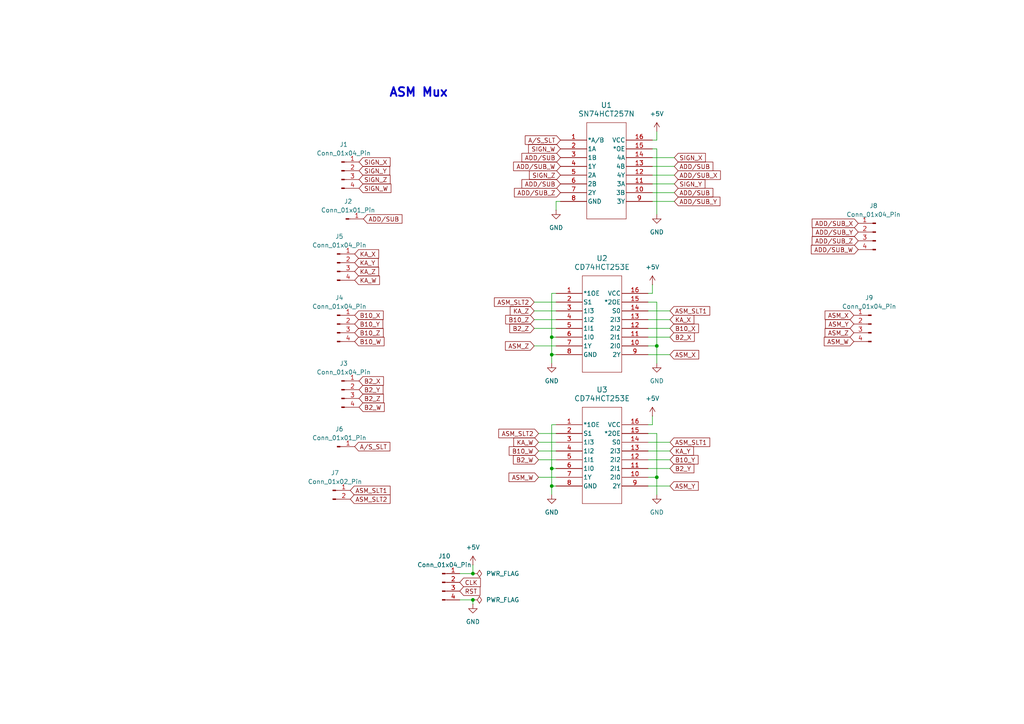
<source format=kicad_sch>
(kicad_sch (version 20231120) (generator "eeschema") (generator_version "8.0")
  (paper "A4")
  (lib_symbols
    (symbol "0_asm-mux:CD74HCT253E" (pin_names (offset 0.254))
      (property "Reference" "U" (at 30.48 10.16 0))
      (property "Value" "CD74HCT253E" (at 30.48 7.62 0))
      (symbol "CD74HCT253E_1_1"
        (polyline (pts (xy 24.13 -22.86) (xy 35.56 -22.86)) (stroke (width 0.127)))
        (polyline (pts (xy 24.13 5.08) (xy 24.13 -22.86)) (stroke (width 0.127)))
        (polyline (pts (xy 35.56 -22.86) (xy 35.56 5.08)) (stroke (width 0.127)))
        (polyline (pts (xy 35.56 5.08) (xy 24.13 5.08)) (stroke (width 0.127)))
        (pin input line (at 16.51 0 0) (length 7.62) (name "*1OE") (number "1"))
        (pin input line (at 43.18 -15.24 180) (length 7.62) (name "2I0") (number "10"))
        (pin input line (at 43.18 -12.7 180) (length 7.62) (name "2I1") (number "11"))
        (pin input line (at 43.18 -10.16 180) (length 7.62) (name "2I2") (number "12"))
        (pin input line (at 43.18 -7.62 180) (length 7.62) (name "2I3") (number "13"))
        (pin input line (at 43.18 -5.08 180) (length 7.62) (name "S0") (number "14"))
        (pin input line (at 43.18 -2.54 180) (length 7.62) (name "*2OE") (number "15"))
        (pin power_in line (at 43.18 0 180) (length 7.62) (name "VCC") (number "16"))
        (pin input line (at 16.51 -2.54 0) (length 7.62) (name "S1") (number "2"))
        (pin input line (at 16.51 -5.08 0) (length 7.62) (name "1I3") (number "3"))
        (pin input line (at 16.51 -7.62 0) (length 7.62) (name "1I2") (number "4"))
        (pin input line (at 16.51 -10.16 0) (length 7.62) (name "1I1") (number "5"))
        (pin input line (at 16.51 -12.7 0) (length 7.62) (name "1I0") (number "6"))
        (pin output line (at 16.51 -15.24 0) (length 7.62) (name "1Y") (number "7"))
        (pin power_in line (at 16.51 -17.78 0) (length 7.62) (name "GND") (number "8"))
        (pin output line (at 43.18 -17.78 180) (length 7.62) (name "2Y") (number "9"))
      )
    )
    (symbol "0_asm-mux:SN74HCT257N" (pin_names (offset 0.254))
      (property "Reference" "U" (at 27.94 10.16 0))
      (property "Value" "SN74HCT257N" (at 27.94 7.62 0))
      (symbol "SN74HCT257N_0_1"
        (polyline (pts (xy 21.59 -22.86) (xy 33.02 -22.86)) (stroke (width 0.127)))
        (polyline (pts (xy 21.59 5.08) (xy 21.59 -22.86)) (stroke (width 0.127)))
        (polyline (pts (xy 33.02 -22.86) (xy 33.02 5.08)) (stroke (width 0.127)))
        (polyline (pts (xy 33.02 5.08) (xy 21.59 5.08)) (stroke (width 0.127)))
        (pin input line (at 13.97 0 0) (length 7.62) (name "*A/B") (number "1"))
        (pin input line (at 40.64 -15.24 180) (length 7.62) (name "3B") (number "10"))
        (pin input line (at 40.64 -12.7 180) (length 7.62) (name "3A") (number "11"))
        (pin output line (at 40.64 -10.16 180) (length 7.62) (name "4Y") (number "12"))
        (pin input line (at 40.64 -7.62 180) (length 7.62) (name "4B") (number "13"))
        (pin input line (at 40.64 -5.08 180) (length 7.62) (name "4A") (number "14"))
        (pin input line (at 40.64 -2.54 180) (length 7.62) (name "*OE") (number "15"))
        (pin power_in line (at 40.64 0 180) (length 7.62) (name "VCC") (number "16"))
        (pin input line (at 13.97 -2.54 0) (length 7.62) (name "1A") (number "2"))
        (pin input line (at 13.97 -5.08 0) (length 7.62) (name "1B") (number "3"))
        (pin output line (at 13.97 -7.62 0) (length 7.62) (name "1Y") (number "4"))
        (pin input line (at 13.97 -10.16 0) (length 7.62) (name "2A") (number "5"))
        (pin input line (at 13.97 -12.7 0) (length 7.62) (name "2B") (number "6"))
        (pin output line (at 13.97 -15.24 0) (length 7.62) (name "2Y") (number "7"))
        (pin power_in line (at 13.97 -17.78 0) (length 7.62) (name "GND") (number "8"))
        (pin output line (at 40.64 -17.78 180) (length 7.62) (name "3Y") (number "9"))
      )
    )
    (symbol "Connector:Conn_01x01_Pin" (pin_names (offset 1.016) hide)
      (property "Reference" "J" (at 0 2.54 0))
      (property "Value" "Conn_01x01_Pin" (at 0 -2.54 0))
      (symbol "Conn_01x01_Pin_1_1"
        (polyline (pts (xy 1.27 0) (xy 0.8636 0)) (stroke (width 0.1524)))
        (rectangle (start 0.8636 0.127) (end 0 -0.127) (stroke (width 0.1524)) (fill (type outline)))
        (pin passive line (at 5.08 0 180) (length 3.81) (name "Pin_1") (number "1"))
      )
    )
    (symbol "Connector:Conn_01x02_Pin" (pin_names (offset 1.016) hide)
      (property "Reference" "J" (at 0 2.54 0))
      (property "Value" "Conn_01x02_Pin" (at 0 -5.08 0))
      (symbol "Conn_01x02_Pin_1_1"
        (polyline (pts (xy 1.27 -2.54) (xy 0.8636 -2.54)) (stroke (width 0.1524)))
        (polyline (pts (xy 1.27 0) (xy 0.8636 0)) (stroke (width 0.1524)))
        (rectangle (start 0.8636 -2.413) (end 0 -2.667) (stroke (width 0.1524)) (fill (type outline)))
        (rectangle (start 0.8636 0.127) (end 0 -0.127) (stroke (width 0.1524)) (fill (type outline)))
        (pin passive line (at 5.08 0 180) (length 3.81) (name "Pin_1") (number "1"))
        (pin passive line (at 5.08 -2.54 180) (length 3.81) (name "Pin_2") (number "2"))
      )
    )
    (symbol "Connector:Conn_01x04_Pin" (pin_names (offset 1.016) hide)
      (property "Reference" "J" (at 0 5.08 0))
      (property "Value" "Conn_01x04_Pin" (at 0 -7.62 0))
      (symbol "Conn_01x04_Pin_1_1"
        (polyline (pts (xy 1.27 -5.08) (xy 0.8636 -5.08)) (stroke (width 0.1524)))
        (polyline (pts (xy 1.27 -2.54) (xy 0.8636 -2.54)) (stroke (width 0.1524)))
        (polyline (pts (xy 1.27 0) (xy 0.8636 0)) (stroke (width 0.1524)))
        (polyline (pts (xy 1.27 2.54) (xy 0.8636 2.54)) (stroke (width 0.1524)))
        (rectangle (start 0.8636 -4.953) (end 0 -5.207) (stroke (width 0.1524)) (fill (type outline)))
        (rectangle (start 0.8636 -2.413) (end 0 -2.667) (stroke (width 0.1524)) (fill (type outline)))
        (rectangle (start 0.8636 0.127) (end 0 -0.127) (stroke (width 0.1524)) (fill (type outline)))
        (rectangle (start 0.8636 2.667) (end 0 2.413) (stroke (width 0.1524)) (fill (type outline)))
        (pin passive line (at 5.08 2.54 180) (length 3.81) (name "Pin_1") (number "1"))
        (pin passive line (at 5.08 0 180) (length 3.81) (name "Pin_2") (number "2"))
        (pin passive line (at 5.08 -2.54 180) (length 3.81) (name "Pin_3") (number "3"))
        (pin passive line (at 5.08 -5.08 180) (length 3.81) (name "Pin_4") (number "4"))
      )
    )
    (symbol "power:+5V" (power) (pin_numbers hide) (pin_names (offset 0) hide)
      (property "Value" "+5V" (at 0 3.556 0))
      (symbol "+5V_0_1"
        (polyline (pts (xy -0.762 1.27) (xy 0 2.54)))
        (polyline (pts (xy 0 0) (xy 0 2.54)))
        (polyline (pts (xy 0 2.54) (xy 0.762 1.27)))
      )
      (symbol "+5V_1_1"
        (pin power_in line (at 0 0 90) (length 0) (name "~") (number "1"))
      )
    )
    (symbol "power:GND" (power) (pin_numbers hide) (pin_names (offset 0) hide)
      (property "Value" "GND" (at 0 -3.81 0))
      (symbol "GND_0_1"
        (polyline (pts (xy 0 0) (xy 0 -1.27) (xy 1.27 -1.27) (xy 0 -2.54) (xy -1.27 -1.27) (xy 0 -1.27)))
      )
      (symbol "GND_1_1"
        (pin power_in line (at 0 0 270) (length 0) (name "~") (number "1"))
      )
    )
    (symbol "power:PWR_FLAG" (power) (pin_numbers hide) (pin_names (offset 0) hide)
      (property "Value" "PWR_FLAG" (at 0 3.81 0))
      (symbol "PWR_FLAG_0_0"
        (pin power_out line (at 0 0 90) (length 0) (name "~") (number "1"))
      )
      (symbol "PWR_FLAG_0_1"
        (polyline (pts (xy 0 0) (xy 0 1.27) (xy -1.016 1.905) (xy 0 2.54) (xy 1.016 1.905) (xy 0 1.27)))
      )
    )
  )
  (junction (at 137.16 166.37))
  (junction (at 160.02 140.97))
  (junction (at 160.02 102.87))
  (junction (at 190.5 138.43))
  (junction (at 160.02 135.89))
  (junction (at 190.5 100.33))
  (junction (at 160.02 97.79))
  (junction (at 137.16 173.99))
  (wire (pts (xy 160.02 123.19) (xy 160.02 135.89)))
  (wire (pts (xy 154.94 95.25) (xy 161.29 95.25)))
  (wire (pts (xy 187.96 123.19) (xy 189.23 123.19)))
  (wire (pts (xy 156.21 130.81) (xy 161.29 130.81)))
  (wire (pts (xy 161.29 85.09) (xy 160.02 85.09)))
  (wire (pts (xy 190.5 138.43) (xy 190.5 143.51)))
  (wire (pts (xy 190.5 87.63) (xy 190.5 100.33)))
  (wire (pts (xy 194.31 102.87) (xy 187.96 102.87)))
  (wire (pts (xy 160.02 140.97) (xy 160.02 143.51)))
  (wire (pts (xy 195.58 45.72) (xy 189.23 45.72)))
  (wire (pts (xy 160.02 102.87) (xy 161.29 102.87)))
  (wire (pts (xy 161.29 58.42) (xy 161.29 60.96)))
  (wire (pts (xy 194.31 92.71) (xy 187.96 92.71)))
  (wire (pts (xy 154.94 90.17) (xy 161.29 90.17)))
  (wire (pts (xy 154.94 87.63) (xy 161.29 87.63)))
  (wire (pts (xy 194.31 130.81) (xy 187.96 130.81)))
  (wire (pts (xy 156.21 138.43) (xy 161.29 138.43)))
  (wire (pts (xy 161.29 123.19) (xy 160.02 123.19)))
  (wire (pts (xy 160.02 85.09) (xy 160.02 97.79)))
  (wire (pts (xy 187.96 100.33) (xy 190.5 100.33)))
  (wire (pts (xy 190.5 40.64) (xy 190.5 38.1)))
  (wire (pts (xy 195.58 48.26) (xy 189.23 48.26)))
  (wire (pts (xy 187.96 138.43) (xy 190.5 138.43)))
  (wire (pts (xy 194.31 140.97) (xy 187.96 140.97)))
  (wire (pts (xy 160.02 135.89) (xy 160.02 140.97)))
  (wire (pts (xy 137.16 163.83) (xy 137.16 166.37)))
  (wire (pts (xy 190.5 100.33) (xy 190.5 105.41)))
  (wire (pts (xy 194.31 97.79) (xy 187.96 97.79)))
  (wire (pts (xy 160.02 135.89) (xy 161.29 135.89)))
  (wire (pts (xy 160.02 97.79) (xy 161.29 97.79)))
  (wire (pts (xy 195.58 53.34) (xy 189.23 53.34)))
  (wire (pts (xy 194.31 133.35) (xy 187.96 133.35)))
  (wire (pts (xy 190.5 43.18) (xy 190.5 62.23)))
  (wire (pts (xy 154.94 100.33) (xy 161.29 100.33)))
  (wire (pts (xy 190.5 125.73) (xy 190.5 138.43)))
  (wire (pts (xy 189.23 43.18) (xy 190.5 43.18)))
  (wire (pts (xy 154.94 92.71) (xy 161.29 92.71)))
  (wire (pts (xy 156.21 133.35) (xy 161.29 133.35)))
  (wire (pts (xy 160.02 97.79) (xy 160.02 102.87)))
  (wire (pts (xy 194.31 135.89) (xy 187.96 135.89)))
  (wire (pts (xy 133.35 173.99) (xy 137.16 173.99)))
  (wire (pts (xy 156.21 125.73) (xy 161.29 125.73)))
  (wire (pts (xy 137.16 175.26) (xy 137.16 173.99)))
  (wire (pts (xy 187.96 85.09) (xy 189.23 85.09)))
  (wire (pts (xy 189.23 85.09) (xy 189.23 82.55)))
  (wire (pts (xy 187.96 125.73) (xy 190.5 125.73)))
  (wire (pts (xy 195.58 50.8) (xy 189.23 50.8)))
  (wire (pts (xy 194.31 128.27) (xy 187.96 128.27)))
  (wire (pts (xy 133.35 166.37) (xy 137.16 166.37)))
  (wire (pts (xy 189.23 123.19) (xy 189.23 120.65)))
  (wire (pts (xy 195.58 55.88) (xy 189.23 55.88)))
  (wire (pts (xy 161.29 58.42) (xy 162.56 58.42)))
  (wire (pts (xy 194.31 95.25) (xy 187.96 95.25)))
  (wire (pts (xy 187.96 87.63) (xy 190.5 87.63)))
  (wire (pts (xy 195.58 58.42) (xy 189.23 58.42)))
  (wire (pts (xy 194.31 90.17) (xy 187.96 90.17)))
  (wire (pts (xy 160.02 102.87) (xy 160.02 105.41)))
  (wire (pts (xy 160.02 140.97) (xy 161.29 140.97)))
  (wire (pts (xy 189.23 40.64) (xy 190.5 40.64)))
  (wire (pts (xy 156.21 128.27) (xy 161.29 128.27)))
  (text "ASM Mux" (at 121.412 26.924 0) (effects (font (size 2.54 2.54) (thickness 0.508) (bold yes))))
  (global_label "ADD{slash}SUB_Z" (shape input) (at 248.92 69.85 180) (property "Intersheetrefs" "${INTERSHEET_REFS}" (effects (hide yes))))
  (global_label "RST" (shape input) (at 133.35 171.45 0) (property "Intersheetrefs" "${INTERSHEET_REFS}" (effects (hide yes))))
  (global_label "B2_X" (shape input) (at 104.14 110.49 0) (property "Intersheetrefs" "${INTERSHEET_REFS}" (effects (hide yes))))
  (global_label "ASM_Z" (shape input) (at 154.94 100.33 180) (property "Intersheetrefs" "${INTERSHEET_REFS}" (effects (hide yes))))
  (global_label "SIGN_W" (shape input) (at 162.56 43.18 180) (property "Intersheetrefs" "${INTERSHEET_REFS}" (effects (hide yes))))
  (global_label "CLK" (shape input) (at 133.35 168.91 0) (property "Intersheetrefs" "${INTERSHEET_REFS}" (effects (hide yes))))
  (global_label "B10_W" (shape input) (at 102.87 99.06 0) (property "Intersheetrefs" "${INTERSHEET_REFS}" (effects (hide yes))))
  (global_label "KA_Z" (shape input) (at 154.94 90.17 180) (property "Intersheetrefs" "${INTERSHEET_REFS}" (effects (hide yes))))
  (global_label "SIGN_Z" (shape input) (at 162.56 50.8 180) (property "Intersheetrefs" "${INTERSHEET_REFS}" (effects (hide yes))))
  (global_label "ADD{slash}SUB" (shape input) (at 162.56 45.72 180) (property "Intersheetrefs" "${INTERSHEET_REFS}" (effects (hide yes))))
  (global_label "SIGN_Y" (shape input) (at 195.58 53.34 0) (property "Intersheetrefs" "${INTERSHEET_REFS}" (effects (hide yes))))
  (global_label "KA_X" (shape input) (at 194.31 92.71 0) (property "Intersheetrefs" "${INTERSHEET_REFS}" (effects (hide yes))))
  (global_label "B10_X" (shape input) (at 102.87 91.44 0) (property "Intersheetrefs" "${INTERSHEET_REFS}" (effects (hide yes))))
  (global_label "ASM_SLT2" (shape input) (at 156.21 125.73 180) (property "Intersheetrefs" "${INTERSHEET_REFS}" (effects (hide yes))))
  (global_label "KA_Z" (shape input) (at 102.87 78.74 0) (property "Intersheetrefs" "${INTERSHEET_REFS}" (effects (hide yes))))
  (global_label "B10_Z" (shape input) (at 102.87 96.52 0) (property "Intersheetrefs" "${INTERSHEET_REFS}" (effects (hide yes))))
  (global_label "ASM_SLT1" (shape input) (at 194.31 128.27 0) (property "Intersheetrefs" "${INTERSHEET_REFS}" (effects (hide yes))))
  (global_label "KA_X" (shape input) (at 102.87 73.66 0) (property "Intersheetrefs" "${INTERSHEET_REFS}" (effects (hide yes))))
  (global_label "KA_W" (shape input) (at 156.21 128.27 180) (property "Intersheetrefs" "${INTERSHEET_REFS}" (effects (hide yes))))
  (global_label "B10_W" (shape input) (at 156.21 130.81 180) (property "Intersheetrefs" "${INTERSHEET_REFS}" (effects (hide yes))))
  (global_label "A{slash}S_SLT" (shape input) (at 102.87 129.54 0) (property "Intersheetrefs" "${INTERSHEET_REFS}" (effects (hide yes))))
  (global_label "ADD{slash}SUB_W" (shape input) (at 248.92 72.39 180) (property "Intersheetrefs" "${INTERSHEET_REFS}" (effects (hide yes))))
  (global_label "ADD{slash}SUB_X" (shape input) (at 195.58 50.8 0) (property "Intersheetrefs" "${INTERSHEET_REFS}" (effects (hide yes))))
  (global_label "ADD{slash}SUB" (shape input) (at 162.56 53.34 180) (property "Intersheetrefs" "${INTERSHEET_REFS}" (effects (hide yes))))
  (global_label "SIGN_W" (shape input) (at 104.14 54.61 0) (property "Intersheetrefs" "${INTERSHEET_REFS}" (effects (hide yes))))
  (global_label "ADD{slash}SUB" (shape input) (at 195.58 55.88 0) (property "Intersheetrefs" "${INTERSHEET_REFS}" (effects (hide yes))))
  (global_label "B10_X" (shape input) (at 194.31 95.25 0) (property "Intersheetrefs" "${INTERSHEET_REFS}" (effects (hide yes))))
  (global_label "SIGN_Y" (shape input) (at 104.14 49.53 0) (property "Intersheetrefs" "${INTERSHEET_REFS}" (effects (hide yes))))
  (global_label "SIGN_X" (shape input) (at 195.58 45.72 0) (property "Intersheetrefs" "${INTERSHEET_REFS}" (effects (hide yes))))
  (global_label "ASM_X" (shape input) (at 194.31 102.87 0) (property "Intersheetrefs" "${INTERSHEET_REFS}" (effects (hide yes))))
  (global_label "B2_Y" (shape input) (at 104.14 113.03 0) (property "Intersheetrefs" "${INTERSHEET_REFS}" (effects (hide yes))))
  (global_label "KA_W" (shape input) (at 102.87 81.28 0) (property "Intersheetrefs" "${INTERSHEET_REFS}" (effects (hide yes))))
  (global_label "ADD{slash}SUB_Z" (shape input) (at 162.56 55.88 180) (property "Intersheetrefs" "${INTERSHEET_REFS}" (effects (hide yes))))
  (global_label "B10_Y" (shape input) (at 194.31 133.35 0) (property "Intersheetrefs" "${INTERSHEET_REFS}" (effects (hide yes))))
  (global_label "ASM_SLT2" (shape input) (at 154.94 87.63 180) (property "Intersheetrefs" "${INTERSHEET_REFS}" (effects (hide yes))))
  (global_label "B10_Y" (shape input) (at 102.87 93.98 0) (property "Intersheetrefs" "${INTERSHEET_REFS}" (effects (hide yes))))
  (global_label "B10_Z" (shape input) (at 154.94 92.71 180) (property "Intersheetrefs" "${INTERSHEET_REFS}" (effects (hide yes))))
  (global_label "B2_Y" (shape input) (at 194.31 135.89 0) (property "Intersheetrefs" "${INTERSHEET_REFS}" (effects (hide yes))))
  (global_label "KA_Y" (shape input) (at 194.31 130.81 0) (property "Intersheetrefs" "${INTERSHEET_REFS}" (effects (hide yes))))
  (global_label "ASM_W" (shape input) (at 247.65 99.06 180) (property "Intersheetrefs" "${INTERSHEET_REFS}" (effects (hide yes))))
  (global_label "ASM_SLT2" (shape input) (at 101.6 144.78 0) (property "Intersheetrefs" "${INTERSHEET_REFS}" (effects (hide yes))))
  (global_label "ADD{slash}SUB_Y" (shape input) (at 195.58 58.42 0) (property "Intersheetrefs" "${INTERSHEET_REFS}" (effects (hide yes))))
  (global_label "B2_W" (shape input) (at 156.21 133.35 180) (property "Intersheetrefs" "${INTERSHEET_REFS}" (effects (hide yes))))
  (global_label "ASM_SLT1" (shape input) (at 101.6 142.24 0) (property "Intersheetrefs" "${INTERSHEET_REFS}" (effects (hide yes))))
  (global_label "B2_Z" (shape input) (at 104.14 115.57 0) (property "Intersheetrefs" "${INTERSHEET_REFS}" (effects (hide yes))))
  (global_label "B2_X" (shape input) (at 194.31 97.79 0) (property "Intersheetrefs" "${INTERSHEET_REFS}" (effects (hide yes))))
  (global_label "ASM_X" (shape input) (at 247.65 91.44 180) (property "Intersheetrefs" "${INTERSHEET_REFS}" (effects (hide yes))))
  (global_label "ASM_Z" (shape input) (at 247.65 96.52 180) (property "Intersheetrefs" "${INTERSHEET_REFS}" (effects (hide yes))))
  (global_label "ASM_Y" (shape input) (at 194.31 140.97 0) (property "Intersheetrefs" "${INTERSHEET_REFS}" (effects (hide yes))))
  (global_label "ASM_SLT1" (shape input) (at 194.31 90.17 0) (property "Intersheetrefs" "${INTERSHEET_REFS}" (effects (hide yes))))
  (global_label "ADD{slash}SUB" (shape input) (at 195.58 48.26 0) (property "Intersheetrefs" "${INTERSHEET_REFS}" (effects (hide yes))))
  (global_label "ADD{slash}SUB_Y" (shape input) (at 248.92 67.31 180) (property "Intersheetrefs" "${INTERSHEET_REFS}" (effects (hide yes))))
  (global_label "ASM_W" (shape input) (at 156.21 138.43 180) (property "Intersheetrefs" "${INTERSHEET_REFS}" (effects (hide yes))))
  (global_label "B2_Z" (shape input) (at 154.94 95.25 180) (property "Intersheetrefs" "${INTERSHEET_REFS}" (effects (hide yes))))
  (global_label "ADD{slash}SUB_X" (shape input) (at 248.92 64.77 180) (property "Intersheetrefs" "${INTERSHEET_REFS}" (effects (hide yes))))
  (global_label "B2_W" (shape input) (at 104.14 118.11 0) (property "Intersheetrefs" "${INTERSHEET_REFS}" (effects (hide yes))))
  (global_label "SIGN_Z" (shape input) (at 104.14 52.07 0) (property "Intersheetrefs" "${INTERSHEET_REFS}" (effects (hide yes))))
  (global_label "ASM_Y" (shape input) (at 247.65 93.98 180) (property "Intersheetrefs" "${INTERSHEET_REFS}" (effects (hide yes))))
  (global_label "ADD{slash}SUB_W" (shape input) (at 162.56 48.26 180) (property "Intersheetrefs" "${INTERSHEET_REFS}" (effects (hide yes))))
  (global_label "ADD{slash}SUB" (shape input) (at 105.41 63.5 0) (property "Intersheetrefs" "${INTERSHEET_REFS}" (effects (hide yes))))
  (global_label "SIGN_X" (shape input) (at 104.14 46.99 0) (property "Intersheetrefs" "${INTERSHEET_REFS}" (effects (hide yes))))
  (global_label "A{slash}S_SLT" (shape input) (at 162.56 40.64 180) (property "Intersheetrefs" "${INTERSHEET_REFS}" (effects (hide yes))))
  (global_label "KA_Y" (shape input) (at 102.87 76.2 0) (property "Intersheetrefs" "${INTERSHEET_REFS}" (effects (hide yes))))
  (symbol (lib_id "power:+5V") (at 189.23 82.55 0) (unit 1)
    (property "Reference" "#PWR07" (effects (hide yes)))
    (property "Value" "+5V" (at 189.23 77.47 0))
    (property "Description" "Power symbol creates a global label with name \"+5V\"" (effects (hide yes)))
  )
  (symbol (lib_id "Connector:Conn_01x04_Pin") (at 99.06 49.53 0) (unit 1)
    (property "Reference" "J1" (at 99.695 41.91 0))
    (property "Value" "Conn_01x04_Pin" (at 99.695 44.45 0))
    (property "Description" "Generic connector, single row, 01x04, script generated" (effects (hide yes)))
  )
  (symbol (lib_id "power:+5V") (at 189.23 120.65 0) (unit 1)
    (property "Reference" "#PWR08" (effects (hide yes)))
    (property "Value" "+5V" (at 189.23 115.57 0))
    (property "Description" "Power symbol creates a global label with name \"+5V\"" (effects (hide yes)))
  )
  (symbol (lib_id "Connector:Conn_01x04_Pin") (at 252.73 93.98 0) (mirror y) (unit 1)
    (property "Reference" "J9" (at 252.095 86.36 0))
    (property "Value" "Conn_01x04_Pin" (at 252.095 88.9 0))
    (property "Description" "Generic connector, single row, 01x04, script generated" (effects (hide yes)))
  )
  (symbol (lib_id "power:GND") (at 161.29 60.96 0) (unit 1)
    (property "Reference" "#PWR01" (effects (hide yes)))
    (property "Value" "GND" (at 161.29 66.04 0))
    (property "Description" "Power symbol creates a global label with name \"GND\" , ground" (effects (hide yes)))
  )
  (symbol (lib_id "power:+5V") (at 137.16 163.83 0) (unit 1)
    (property "Reference" "#PWR010" (effects (hide yes)))
    (property "Value" "+5V" (at 137.16 158.75 0))
    (property "Description" "Power symbol creates a global label with name \"+5V\"" (effects (hide yes)))
  )
  (symbol (lib_id "Connector:Conn_01x04_Pin") (at 97.79 76.2 0) (unit 1)
    (property "Reference" "J5" (at 98.425 68.58 0))
    (property "Value" "Conn_01x04_Pin" (at 98.425 71.12 0))
    (property "Description" "Generic connector, single row, 01x04, script generated" (effects (hide yes)))
  )
  (symbol (lib_id "power:GND") (at 190.5 105.41 0) (unit 1)
    (property "Reference" "#PWR05" (effects (hide yes)))
    (property "Value" "GND" (at 190.5 110.49 0))
    (property "Description" "Power symbol creates a global label with name \"GND\" , ground" (effects (hide yes)))
  )
  (symbol (lib_id "Connector:Conn_01x01_Pin") (at 100.33 63.5 0) (unit 1)
    (property "Reference" "J2" (at 100.965 58.42 0))
    (property "Value" "Conn_01x01_Pin" (at 100.965 60.96 0))
    (property "Description" "Generic connector, single row, 01x01, script generated" (effects (hide yes)))
  )
  (symbol (lib_id "power:GND") (at 160.02 143.51 0) (unit 1)
    (property "Reference" "#PWR03" (effects (hide yes)))
    (property "Value" "GND" (at 160.02 148.59 0))
    (property "Description" "Power symbol creates a global label with name \"GND\" , ground" (effects (hide yes)))
  )
  (symbol (lib_id "power:PWR_FLAG") (at 137.16 166.37 270) (mirror x) (unit 1)
    (property "Reference" "#FLG01" (effects (hide yes)))
    (property "Value" "PWR_FLAG" (at 140.97 166.3699 90) (effects (justify left)))
    (property "Description" "Special symbol for telling ERC where power comes from" (effects (hide yes)))
  )
  (symbol (lib_id "power:GND") (at 190.5 62.23 0) (unit 1)
    (property "Reference" "#PWR09" (effects (hide yes)))
    (property "Value" "GND" (at 190.5 67.31 0))
    (property "Description" "Power symbol creates a global label with name \"GND\" , ground" (effects (hide yes)))
  )
  (symbol (lib_id "Connector:Conn_01x02_Pin") (at 96.52 142.24 0) (unit 1)
    (property "Reference" "J7" (at 97.155 137.16 0))
    (property "Value" "Conn_01x02_Pin" (at 97.155 139.7 0))
    (property "Description" "Generic connector, single row, 01x02, script generated" (effects (hide yes)))
  )
  (symbol (lib_id "Connector:Conn_01x04_Pin") (at 128.27 168.91 0) (unit 1)
    (property "Reference" "J10" (at 128.905 161.29 0))
    (property "Value" "Conn_01x04_Pin" (at 128.905 163.83 0))
    (property "Footprint" "Connector_PinHeader_2.54mm:PinHeader_1x04_P2.54mm_Vertical" (effects (hide yes)))
    (property "Description" "Generic connector, single row, 01x04, script generated" (effects (hide yes)))
    (property "Part No" "C2691448" (effects (hide yes)))
    (property "Link" "https://www.lcsc.com/product-detail/Pin-Headers_XFCN-PZ254V-11-04P_C2691448.html" (effects (hide yes)))
    (property "LCSC" "C2691448" (effects (hide yes)))
  )
  (symbol (lib_id "power:PWR_FLAG") (at 137.16 173.99 270) (unit 1)
    (property "Reference" "#FLG02" (effects (hide yes)))
    (property "Value" "PWR_FLAG" (at 140.97 173.9901 90) (effects (justify left)))
    (property "Description" "Special symbol for telling ERC where power comes from" (effects (hide yes)))
  )
  (symbol (lib_id "power:GND") (at 137.16 175.26 0) (unit 1)
    (property "Reference" "#PWR011" (effects (hide yes)))
    (property "Value" "GND" (at 137.16 180.34 0))
    (property "Description" "Power symbol creates a global label with name \"GND\" , ground" (effects (hide yes)))
  )
  (symbol (lib_id "Connector:Conn_01x01_Pin") (at 97.79 129.54 0) (unit 1)
    (property "Reference" "J6" (at 98.425 124.46 0))
    (property "Value" "Conn_01x01_Pin" (at 98.425 127 0))
    (property "Description" "Generic connector, single row, 01x01, script generated" (effects (hide yes)))
  )
  (symbol (lib_id "Connector:Conn_01x04_Pin") (at 97.79 93.98 0) (unit 1)
    (property "Reference" "J4" (at 98.425 86.36 0))
    (property "Value" "Conn_01x04_Pin" (at 98.425 88.9 0))
    (property "Description" "Generic connector, single row, 01x04, script generated" (effects (hide yes)))
  )
  (symbol (lib_id "power:GND") (at 160.02 105.41 0) (unit 1)
    (property "Reference" "#PWR02" (effects (hide yes)))
    (property "Value" "GND" (at 160.02 110.49 0))
    (property "Description" "Power symbol creates a global label with name \"GND\" , ground" (effects (hide yes)))
  )
  (symbol (lib_id "power:GND") (at 190.5 143.51 0) (unit 1)
    (property "Reference" "#PWR04" (effects (hide yes)))
    (property "Value" "GND" (at 190.5 148.59 0))
    (property "Description" "Power symbol creates a global label with name \"GND\" , ground" (effects (hide yes)))
  )
  (symbol (lib_id "Connector:Conn_01x04_Pin") (at 254 67.31 0) (mirror y) (unit 1)
    (property "Reference" "J8" (at 253.365 59.69 0))
    (property "Value" "Conn_01x04_Pin" (at 253.365 62.23 0))
    (property "Description" "Generic connector, single row, 01x04, script generated" (effects (hide yes)))
  )
  (symbol (lib_id "0_asm-mux:CD74HCT253E") (at 144.78 123.19 0) (unit 1)
    (property "Reference" "U3" (at 174.625 113.03 0) (effects (font (size 1.524 1.524))))
    (property "Value" "CD74HCT253E" (at 174.625 115.57 0) (effects (font (size 1.524 1.524))))
    (property "Footprint" "N16" (effects (hide yes)))
    (property "Datasheet" "CD74HCT253E" (effects (hide yes)))
  )
  (symbol (lib_id "0_asm-mux:SN74HCT257N") (at 148.59 40.64 0) (unit 1)
    (property "Reference" "U1" (at 175.895 30.48 0) (effects (font (size 1.524 1.524))))
    (property "Value" "SN74HCT257N" (at 175.895 33.02 0) (effects (font (size 1.524 1.524))))
    (property "Footprint" "N16" (effects (hide yes)))
    (property "Datasheet" "SN74HCT257N" (effects (hide yes)))
  )
  (symbol (lib_id "Connector:Conn_01x04_Pin") (at 99.06 113.03 0) (unit 1)
    (property "Reference" "J3" (at 99.695 105.41 0))
    (property "Value" "Conn_01x04_Pin" (at 99.695 107.95 0))
    (property "Description" "Generic connector, single row, 01x04, script generated" (effects (hide yes)))
  )
  (symbol (lib_id "0_asm-mux:CD74HCT253E") (at 144.78 85.09 0) (unit 1)
    (property "Reference" "U2" (at 174.625 74.93 0) (effects (font (size 1.524 1.524))))
    (property "Value" "CD74HCT253E" (at 174.625 77.47 0) (effects (font (size 1.524 1.524))))
    (property "Footprint" "N16" (effects (hide yes)))
    (property "Datasheet" "CD74HCT253E" (effects (hide yes)))
  )
  (symbol (lib_id "power:+5V") (at 190.5 38.1 0) (unit 1)
    (property "Reference" "#PWR06" (effects (hide yes)))
    (property "Value" "+5V" (at 190.5 33.02 0))
    (property "Description" "Power symbol creates a global label with name \"+5V\"" (effects (hide yes)))
  )
)
</source>
